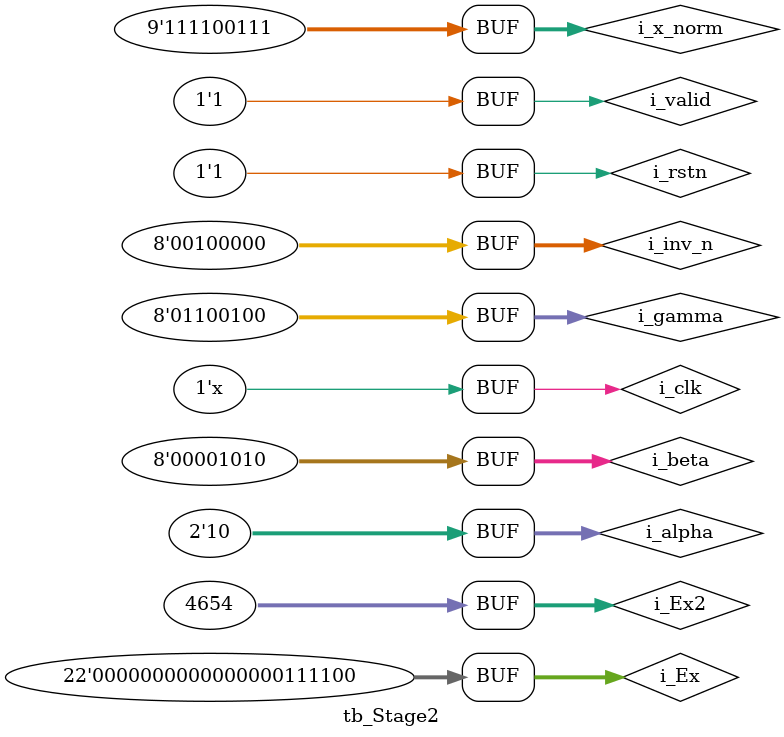
<source format=v>
module tb_Stage2 ();
	reg						i_clk;
	reg						i_rstn;
	reg						i_valid;
	reg				[ 8:0]	i_x_norm;
	reg				[ 7:0]	i_gamma;
    reg				[ 7:0]	i_beta;
    reg		signed	[21:0]  i_Ex;
    reg   			[31:0]  i_Ex2;            
    reg   			[ 1:0]  i_alpha;   	
    reg   			[ 7:0]  i_inv_n;    


    wire         		   	o_S2_done;         
    wire	signed	[ 7:0]  o_Norm;


	always #5 i_clk = ~i_clk;


	Stage2 u_Stage2(
		.i_clk(i_clk),
		.i_rstn(i_rstn),
		.i_valid(i_valid),
		.i_x_norm(i_x_norm),
		.i_gamma(i_gamma),
		.i_beta(i_beta),
		.i_Ex(i_Ex),
		.i_Ex2(i_Ex2),
		.i_alpha(i_alpha),
		.i_inv_n(i_inv_n),
		.o_S2_done(o_S2_done),
		.o_Norm(o_Norm)
	);


	initial 
	begin
		i_x_norm = 9'sd0;		i_alpha = 2'd0;		i_gamma = 8'd0;		i_beta = 8'd0;		i_Ex = 8'sd0;
        
        i_Ex2 = 8'd0;		i_inv_n = 8'd0;		i_clk = 1'd0;		i_rstn = 1'd0;		i_valid =  1'd0;	

		#1 i_rstn = 1'd1;	#1 i_rstn = 1'd0;	#2 i_rstn = 1'd1;

		#5 	i_valid = 1'd1;		i_alpha = 2'd2;		i_inv_n = 8'd32;	i_gamma = 8'd100;		i_beta = 8'd10;
			i_Ex = 22'sd60;		i_Ex2 = 32'd4654;

		
		#10 i_x_norm = 9'sd44;
		#10 i_x_norm =-9'sd81;
		#10 i_x_norm =-9'sd11; 
		#10 i_x_norm = 9'sd64; 
		#10 i_x_norm =-9'sd61; 
		#10 i_x_norm = 9'sd123; 
		#10 i_x_norm = 9'sd67; 
		#10 i_x_norm =-9'sd25; 
	end
endmodule


</source>
